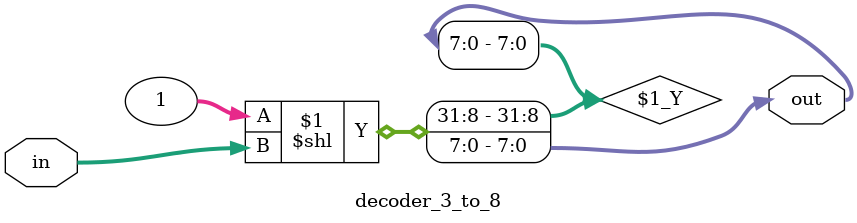
<source format=v>
module decoder_3_to_8
(
    input wire  [2:0] in,
    output wire [7:0] out
);

assign out = 1 << in;

endmodule
</source>
